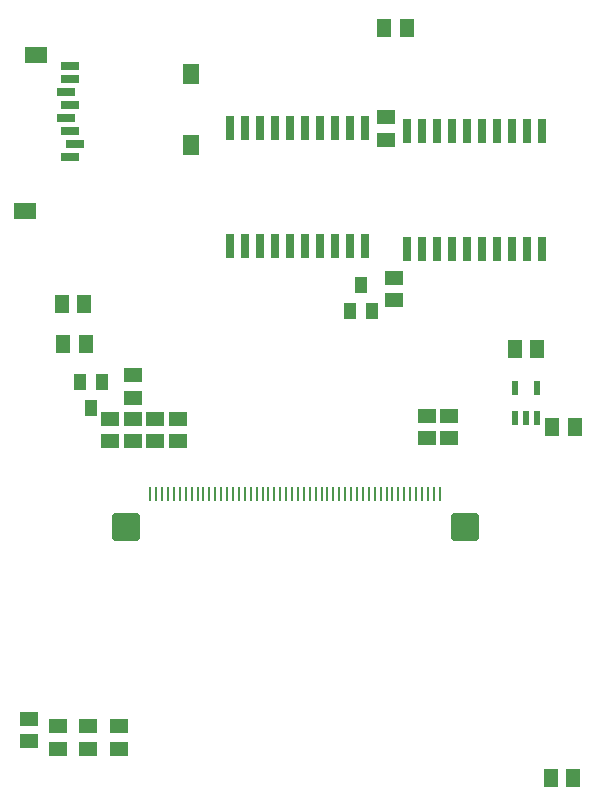
<source format=gbr>
G04 EAGLE Gerber RS-274X export*
G75*
%MOMM*%
%FSLAX34Y34*%
%LPD*%
%INSolderpaste Top*%
%IPPOS*%
%AMOC8*
5,1,8,0,0,1.08239X$1,22.5*%
G01*
%ADD10R,1.500000X1.300000*%
%ADD11R,1.000000X1.400000*%
%ADD12R,1.300000X1.500000*%
%ADD13R,0.660400X2.032000*%
%ADD14R,0.550000X1.200000*%
%ADD15R,1.900000X1.400000*%
%ADD16R,1.400000X1.800000*%
%ADD17R,1.500000X0.700000*%
%ADD18R,0.275000X1.200000*%
%ADD19C,0.600000*%


D10*
X-137160Y-10820D03*
X-137160Y-29820D03*
X-118110Y-10820D03*
X-118110Y-29820D03*
X-99060Y-10820D03*
X-99060Y-29820D03*
X111760Y-8280D03*
X111760Y-27280D03*
D11*
X-172720Y-2110D03*
X-182220Y19890D03*
X-163220Y19890D03*
D12*
X-196190Y52070D03*
X-177190Y52070D03*
D13*
X59690Y235712D03*
X46990Y235712D03*
X34290Y235712D03*
X21590Y235712D03*
X8890Y235712D03*
X-3810Y235712D03*
X-16510Y235712D03*
X-29210Y235712D03*
X-29210Y135128D03*
X-16510Y135128D03*
X-3810Y135128D03*
X8890Y135128D03*
X21590Y135128D03*
X34290Y135128D03*
X46990Y135128D03*
X59690Y135128D03*
X-41910Y235712D03*
X-54610Y235712D03*
X-41910Y135128D03*
X-54610Y135128D03*
X209550Y233172D03*
X196850Y233172D03*
X184150Y233172D03*
X171450Y233172D03*
X158750Y233172D03*
X146050Y233172D03*
X133350Y233172D03*
X120650Y233172D03*
X120650Y132588D03*
X133350Y132588D03*
X146050Y132588D03*
X158750Y132588D03*
X171450Y132588D03*
X184150Y132588D03*
X196850Y132588D03*
X209550Y132588D03*
X107950Y233172D03*
X95250Y233172D03*
X107950Y132588D03*
X95250Y132588D03*
D14*
X186080Y-10460D03*
X195580Y-10460D03*
X205080Y-10460D03*
X205080Y15540D03*
X186080Y15540D03*
D12*
X186080Y48260D03*
X205080Y48260D03*
D10*
X-137160Y7010D03*
X-137160Y26010D03*
D12*
X-178460Y86360D03*
X-197460Y86360D03*
X217830Y-17780D03*
X236830Y-17780D03*
D15*
X-219220Y296990D03*
X-228220Y164990D03*
D16*
X-88220Y280990D03*
X-88220Y220990D03*
D17*
X-190220Y287990D03*
X-190220Y276990D03*
X-194220Y265990D03*
X-190220Y254990D03*
X-194220Y243990D03*
X-190220Y232990D03*
X-186220Y221990D03*
X-190220Y210990D03*
D12*
X216560Y-314960D03*
X235560Y-314960D03*
D11*
X55880Y102440D03*
X65380Y80440D03*
X46380Y80440D03*
D10*
X83820Y89560D03*
X83820Y108560D03*
D12*
X75590Y320040D03*
X94590Y320040D03*
D10*
X-224790Y-283820D03*
X-224790Y-264820D03*
X-200660Y-290170D03*
X-200660Y-271170D03*
X-148590Y-271170D03*
X-148590Y-290170D03*
X-175260Y-271170D03*
X-175260Y-290170D03*
X77470Y244450D03*
X77470Y225450D03*
D18*
X-122500Y-74850D03*
X-117500Y-74850D03*
X-112500Y-74850D03*
X-107500Y-74850D03*
X-102500Y-74850D03*
X-97500Y-74850D03*
X-92500Y-74850D03*
X-87500Y-74850D03*
X-82500Y-74850D03*
X-77500Y-74850D03*
X-72500Y-74850D03*
X-67500Y-74850D03*
X-62500Y-74850D03*
X-57500Y-74850D03*
X-52500Y-74850D03*
X-47500Y-74850D03*
X-42500Y-74850D03*
X-37500Y-74850D03*
X-32500Y-74850D03*
X-27500Y-74850D03*
X-22500Y-74850D03*
X-17500Y-74850D03*
X-12500Y-74850D03*
X-7500Y-74850D03*
X-2500Y-74850D03*
X2500Y-74850D03*
X7500Y-74850D03*
X12500Y-74850D03*
X17500Y-74850D03*
X22500Y-74850D03*
X27500Y-74850D03*
X32500Y-74850D03*
X37500Y-74850D03*
X42500Y-74850D03*
X47500Y-74850D03*
X52500Y-74850D03*
X57500Y-74850D03*
X62500Y-74850D03*
X67500Y-74850D03*
X72500Y-74850D03*
X77500Y-74850D03*
X82500Y-74850D03*
X87500Y-74850D03*
X92500Y-74850D03*
X97500Y-74850D03*
X102500Y-74850D03*
X107500Y-74850D03*
X112500Y-74850D03*
X117500Y-74850D03*
X122500Y-74850D03*
D19*
X-134500Y-110850D02*
X-152500Y-110850D01*
X-152500Y-92850D01*
X-134500Y-92850D01*
X-134500Y-110850D01*
X-134500Y-105150D02*
X-152500Y-105150D01*
X-152500Y-99450D02*
X-134500Y-99450D01*
X-134500Y-93750D02*
X-152500Y-93750D01*
X134500Y-110850D02*
X152500Y-110850D01*
X134500Y-110850D02*
X134500Y-92850D01*
X152500Y-92850D01*
X152500Y-110850D01*
X152500Y-105150D02*
X134500Y-105150D01*
X134500Y-99450D02*
X152500Y-99450D01*
X152500Y-93750D02*
X134500Y-93750D01*
D10*
X-156210Y-10820D03*
X-156210Y-29820D03*
X130810Y-8280D03*
X130810Y-27280D03*
M02*

</source>
